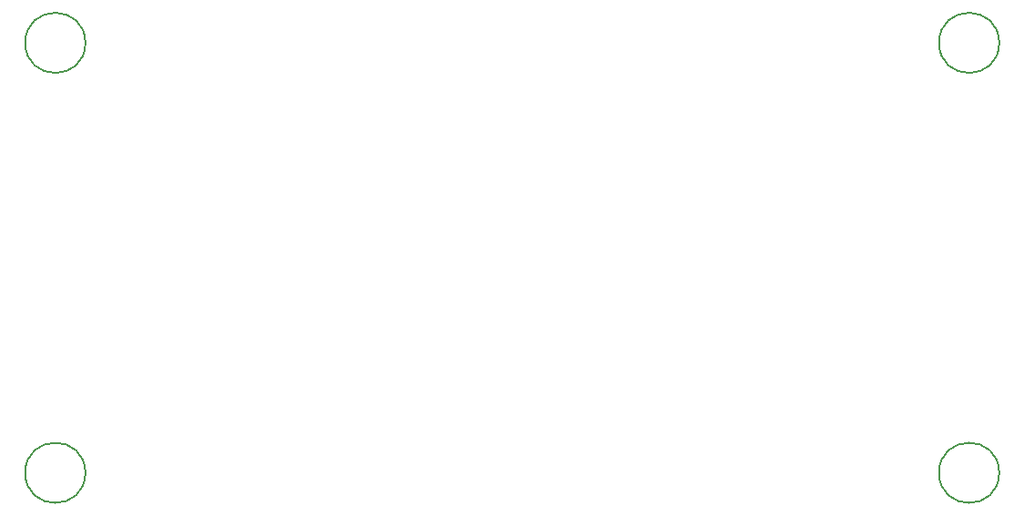
<source format=gbr>
G04 #@! TF.GenerationSoftware,KiCad,Pcbnew,(5.0.0)*
G04 #@! TF.CreationDate,2020-02-26T19:19:20+00:00*
G04 #@! TF.ProjectId,LED Zappelin,4C4544205A617070656C696E2E6B6963,rev?*
G04 #@! TF.SameCoordinates,Original*
G04 #@! TF.FileFunction,Other,Comment*
%FSLAX46Y46*%
G04 Gerber Fmt 4.6, Leading zero omitted, Abs format (unit mm)*
G04 Created by KiCad (PCBNEW (5.0.0)) date 02/26/20 19:19:20*
%MOMM*%
%LPD*%
G01*
G04 APERTURE LIST*
%ADD10C,0.150000*%
G04 APERTURE END LIST*
D10*
G04 #@! TO.C,*
X87800000Y-65000000D02*
G75*
G03X87800000Y-65000000I-2800000J0D01*
G01*
X87800000Y-105000000D02*
G75*
G03X87800000Y-105000000I-2800000J0D01*
G01*
X172800000Y-105000000D02*
G75*
G03X172800000Y-105000000I-2800000J0D01*
G01*
X172800000Y-65000000D02*
G75*
G03X172800000Y-65000000I-2800000J0D01*
G01*
G04 #@! TD*
M02*

</source>
